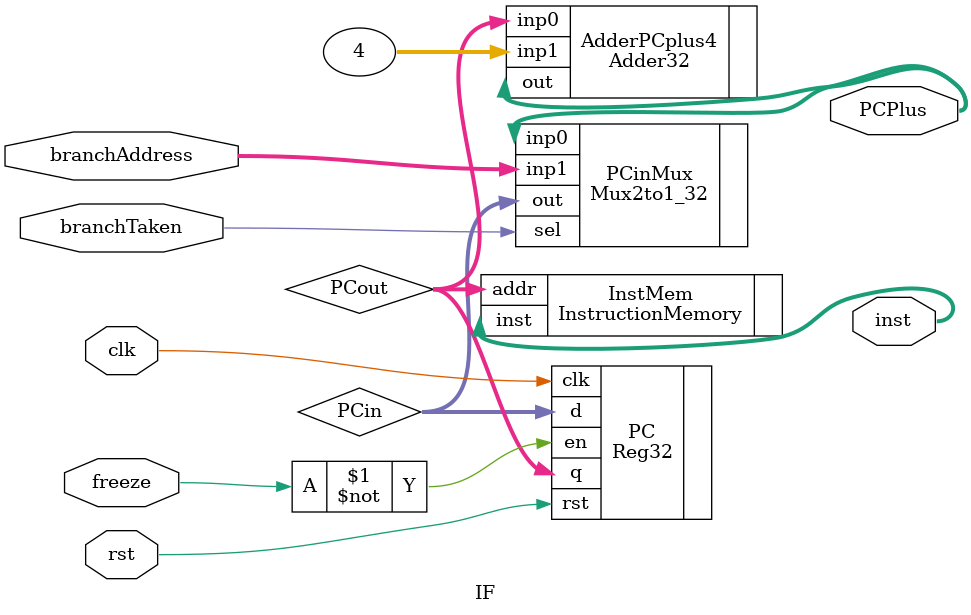
<source format=v>
module IF (clk, rst, freeze, branchTaken, branchAddress, PCPlus, inst);
input clk;
input rst;
input freeze;
input branchTaken;
input [31:0] branchAddress;
output [31:0] PCPlus; // it means PC+4
output [31:0] inst;
	
	wire [31:0] PCin, PCout;

	Mux2to1_32 PCinMux(
			.inp0(PCPlus),
			.inp1(branchAddress),
			.sel(branchTaken),
			.out(PCin)
			);
	
	Reg32 PC(
		.clk(clk),
		.rst(rst),
		.d(PCin),
		.en(~freeze),
		.q(PCout)
		);

	InstructionMemory InstMem(
			.addr(PCout),
			.inst(inst)
			);

	Adder32 AdderPCplus4(
			.inp0(PCout),
			.inp1(4),
			.out(PCPlus)
			);

endmodule 
</source>
